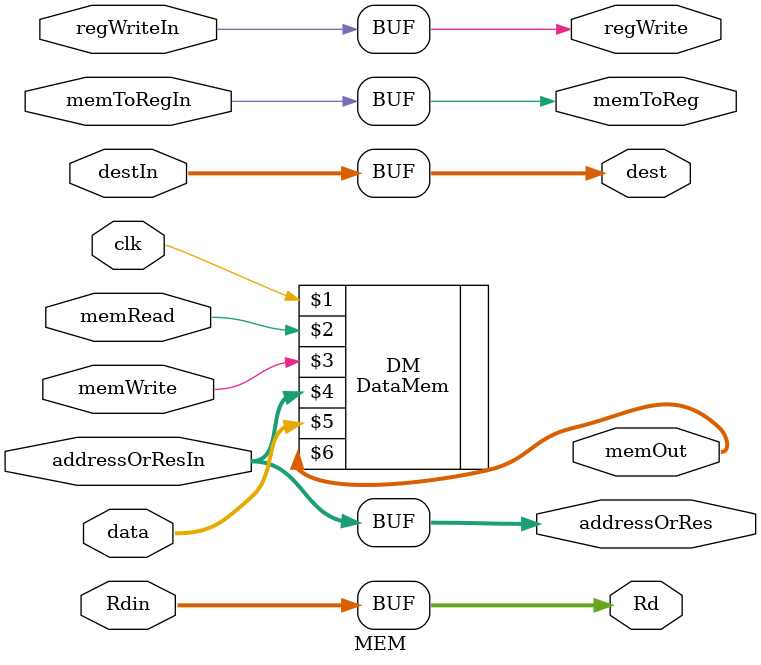
<source format=v>
module MEM(input clk, regWriteIn, memToRegIn, memRead, memWrite,
		   input [4:0] Rdin, destIn,
		   input [31:0] addressOrResIn, data,
		   output regWrite, memToReg, 
		   output [4:0] dest, Rd,
		   output [31:0] memOut, addressOrRes);

	assign regWrite = regWriteIn;
	assign memToReg = memToRegIn;
	assign Rd = Rdin;
	assign dest = destIn;
  assign addressOrRes = addressOrResIn;
  
	DataMem DM(clk, memRead, memWrite, addressOrResIn , data, memOut);


endmodule

</source>
